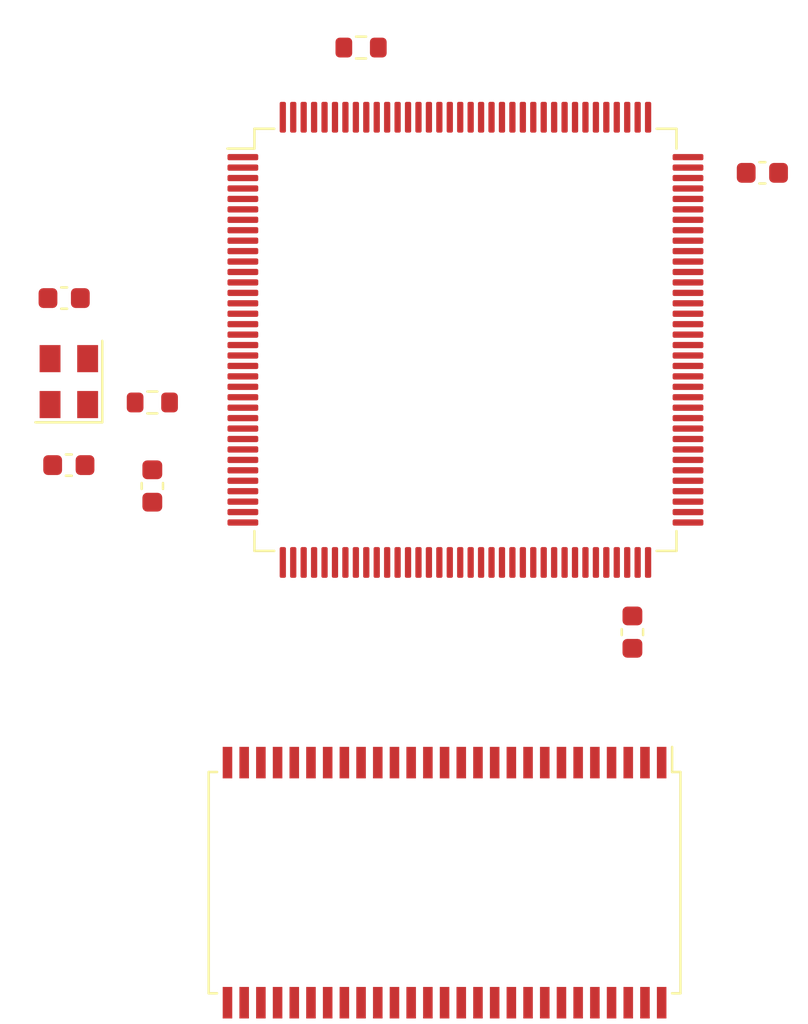
<source format=kicad_pcb>
(kicad_pcb (version 20211014) (generator pcbnew)
  (layers (0 "F.Cu" signal) (31 "B.Cu" signal) (34 "B.Paste" user) (35 "F.Paste" user) (36 "B.SilkS" user "B.Silkscreen") (37 "F.SilkS" user "F.Silkscreen") (38 "B.Mask" user) (39 "F.Mask" user) (44 "Edge.Cuts" user))
  (net 0 "")
  (net 3 "+3.3V")
  (net 4 "GND")
  (net 5 "/SDRAM/DQ0")
  (net 6 "/SDRAM/DQ1")
  (net 7 "/SDRAM/DQ2")
  (net 8 "/SDRAM/DQ3")
  (net 9 "/SDRAM/DQ4")
  (net 10 "/SDRAM/DQ5")
  (net 11 "/SDRAM/DQ6")
  (net 12 "/SDRAM/DQ7")
  (net 13 "/SDRAM/DQ8")
  (net 14 "/SDRAM/DQ9")
  (net 15 "/SDRAM/DQ10")
  (net 16 "/SDRAM/DQ11")
  (net 17 "/SDRAM/DQ12")
  (net 18 "/SDRAM/DQ13")
  (net 19 "/SDRAM/DQ14")
  (net 20 "/SDRAM/DQ15")
  (net 21 "/SDRAM/LDQM")
  (net 22 "/SDRAM/nWE")
  (net 23 "/SDRAM/nCAS")
  (net 24 "/SDRAM/nRAS")
  (net 25 "/SDRAM/nCS")
  (net 26 "/SDRAM/BA0")
  (net 27 "/SDRAM/BA1")
  (net 28 "/SDRAM/A10")
  (net 29 "/SDRAM/A0")
  (net 30 "/SDRAM/A1")
  (net 31 "/SDRAM/A2")
  (net 32 "/SDRAM/A3")
  (net 33 "/SDRAM/A4")
  (net 34 "/SDRAM/A5")
  (net 35 "/SDRAM/A6")
  (net 36 "/SDRAM/A7")
  (net 37 "/SDRAM/A8")
  (net 38 "/SDRAM/A9")
  (net 39 "/SDRAM/A11")
  (net 40 "/SDRAM/CKE")
  (net 41 "/SDRAM/CLK")
  (net 42 "/SDRAM/UDQM")
  (net 43 "/STM32F446/OSC_IN")
  (net 44 "/STM32F446/XTAL_OUT")
  (net 45 "/STM32F446/nRST")
  (net 46 "/STM32F446/BOOT0")
  (net 47 "/STM32F446/OSC_OUT")
  (net 121 "/STM32F446/VCAP_2")
  (net 122 "/STM32F446/VCAP_1")
  (net 123 "/STM32F446/SWDIO")
  (net 124 "/STM32F446/SWDCLK")
  (net 125 "/STM32F446/SWO")
  (footprint "Resistor_SMD:R_0603_1608Metric" (layer "F.Cu") (at 75 73)
    (fp_text reference "R301")
    (fp_text value "100k")
    (fp_line (start -0.237258 -0.5225) (end 0.237258 -0.5225) (layer "F.SilkS") (width 0.12))
    (fp_line (start -0.237258 0.5225) (end 0.237258 0.5225) (layer "F.SilkS") (width 0.12))
    (pad "1" smd roundrect (at -0.825 0) (size 0.8 0.95) (layers "F.Cu" "F.Paste" "F.Mask") (net 46 "/STM32F446/BOOT0"))
    (pad "2" smd roundrect (at 0.825 0) (size 0.8 0.95) (layers "F.Cu" "F.Paste" "F.Mask") (net 4 "GND"))
  )
  (footprint "Capacitor_SMD:C_0603_1608Metric" (layer "F.Cu") (at 60.775 85 180)
    (fp_text reference "C301")
    (fp_text value "10pF")
    (fp_line (start -0.14058 0.51) (end 0.14058 0.51) (layer "F.SilkS") (width 0.12))
    (fp_line (start -0.14058 -0.51) (end 0.14058 -0.51) (layer "F.SilkS") (width 0.12))
    (pad "1" smd roundrect (at -0.775 0 180) (size 0.9 0.95) (layers "F.Cu" "F.Paste" "F.Mask") (net 4 "GND"))
    (pad "2" smd roundrect (at 0.775 0 180) (size 0.9 0.95) (layers "F.Cu" "F.Paste" "F.Mask") (net 43 "/STM32F446/OSC_IN"))
  )
  (footprint "Package_QFP:LQFP-144_20x20mm_P0.5mm" (layer "F.Cu") (at 80 87)
    (fp_text reference "U301")
    (fp_text value "STM32F446ZCT6")
    (fp_line (start 9.16 10.11) (end 10.11 10.11) (layer "F.SilkS") (width 0.12))
    (fp_line (start -10.11 -10.11) (end -10.11 -9.16) (layer "F.SilkS") (width 0.12))
    (fp_line (start -9.16 10.11) (end -10.11 10.11) (layer "F.SilkS") (width 0.12))
    (fp_line (start -9.16 -10.11) (end -10.11 -10.11) (layer "F.SilkS") (width 0.12))
    (fp_line (start 10.11 10.11) (end 10.11 9.16) (layer "F.SilkS") (width 0.12))
    (fp_line (start -10.11 -9.16) (end -11.4 -9.16) (layer "F.SilkS") (width 0.12))
    (fp_line (start 10.11 -10.11) (end 10.11 -9.16) (layer "F.SilkS") (width 0.12))
    (fp_line (start -10.11 10.11) (end -10.11 9.16) (layer "F.SilkS") (width 0.12))
    (fp_line (start 9.16 -10.11) (end 10.11 -10.11) (layer "F.SilkS") (width 0.12))
    (pad "1" smd roundrect (at -10.6625 -8.75) (size 1.475 0.3) (layers "F.Cu" "F.Paste" "F.Mask"))
    (pad "2" smd roundrect (at -10.6625 -8.25) (size 1.475 0.3) (layers "F.Cu" "F.Paste" "F.Mask"))
    (pad "3" smd roundrect (at -10.6625 -7.75) (size 1.475 0.3) (layers "F.Cu" "F.Paste" "F.Mask"))
    (pad "4" smd roundrect (at -10.6625 -7.25) (size 1.475 0.3) (layers "F.Cu" "F.Paste" "F.Mask"))
    (pad "5" smd roundrect (at -10.6625 -6.75) (size 1.475 0.3) (layers "F.Cu" "F.Paste" "F.Mask"))
    (pad "6" smd roundrect (at -10.6625 -6.25) (size 1.475 0.3) (layers "F.Cu" "F.Paste" "F.Mask") (net 3 "+3.3V"))
    (pad "7" smd roundrect (at -10.6625 -5.75) (size 1.475 0.3) (layers "F.Cu" "F.Paste" "F.Mask"))
    (pad "8" smd roundrect (at -10.6625 -5.25) (size 1.475 0.3) (layers "F.Cu" "F.Paste" "F.Mask"))
    (pad "9" smd roundrect (at -10.6625 -4.75) (size 1.475 0.3) (layers "F.Cu" "F.Paste" "F.Mask"))
    (pad "10" smd roundrect (at -10.6625 -4.25) (size 1.475 0.3) (layers "F.Cu" "F.Paste" "F.Mask") (net 29 "/SDRAM/A0"))
    (pad "11" smd roundrect (at -10.6625 -3.75) (size 1.475 0.3) (layers "F.Cu" "F.Paste" "F.Mask") (net 30 "/SDRAM/A1"))
    (pad "12" smd roundrect (at -10.6625 -3.25) (size 1.475 0.3) (layers "F.Cu" "F.Paste" "F.Mask") (net 31 "/SDRAM/A2"))
    (pad "13" smd roundrect (at -10.6625 -2.75) (size 1.475 0.3) (layers "F.Cu" "F.Paste" "F.Mask") (net 32 "/SDRAM/A3"))
    (pad "14" smd roundrect (at -10.6625 -2.25) (size 1.475 0.3) (layers "F.Cu" "F.Paste" "F.Mask") (net 33 "/SDRAM/A4"))
    (pad "15" smd roundrect (at -10.6625 -1.75) (size 1.475 0.3) (layers "F.Cu" "F.Paste" "F.Mask") (net 34 "/SDRAM/A5"))
    (pad "16" smd roundrect (at -10.6625 -1.25) (size 1.475 0.3) (layers "F.Cu" "F.Paste" "F.Mask") (net 4 "GND"))
    (pad "17" smd roundrect (at -10.6625 -0.75) (size 1.475 0.3) (layers "F.Cu" "F.Paste" "F.Mask") (net 3 "+3.3V"))
    (pad "18" smd roundrect (at -10.6625 -0.25) (size 1.475 0.3) (layers "F.Cu" "F.Paste" "F.Mask"))
    (pad "19" smd roundrect (at -10.6625 0.25) (size 1.475 0.3) (layers "F.Cu" "F.Paste" "F.Mask"))
    (pad "20" smd roundrect (at -10.6625 0.75) (size 1.475 0.3) (layers "F.Cu" "F.Paste" "F.Mask"))
    (pad "21" smd roundrect (at -10.6625 1.25) (size 1.475 0.3) (layers "F.Cu" "F.Paste" "F.Mask"))
    (pad "22" smd roundrect (at -10.6625 1.75) (size 1.475 0.3) (layers "F.Cu" "F.Paste" "F.Mask"))
    (pad "23" smd roundrect (at -10.6625 2.25) (size 1.475 0.3) (layers "F.Cu" "F.Paste" "F.Mask") (net 43 "/STM32F446/OSC_IN"))
    (pad "24" smd roundrect (at -10.6625 2.75) (size 1.475 0.3) (layers "F.Cu" "F.Paste" "F.Mask") (net 47 "/STM32F446/OSC_OUT"))
    (pad "25" smd roundrect (at -10.6625 3.25) (size 1.475 0.3) (layers "F.Cu" "F.Paste" "F.Mask") (net 45 "/STM32F446/nRST"))
    (pad "26" smd roundrect (at -10.6625 3.75) (size 1.475 0.3) (layers "F.Cu" "F.Paste" "F.Mask") (net 22 "/SDRAM/nWE"))
    (pad "27" smd roundrect (at -10.6625 4.25) (size 1.475 0.3) (layers "F.Cu" "F.Paste" "F.Mask"))
    (pad "28" smd roundrect (at -10.6625 4.75) (size 1.475 0.3) (layers "F.Cu" "F.Paste" "F.Mask"))
    (pad "29" smd roundrect (at -10.6625 5.25) (size 1.475 0.3) (layers "F.Cu" "F.Paste" "F.Mask"))
    (pad "30" smd roundrect (at -10.6625 5.75) (size 1.475 0.3) (layers "F.Cu" "F.Paste" "F.Mask") (net 3 "+3.3V"))
    (pad "31" smd roundrect (at -10.6625 6.25) (size 1.475 0.3) (layers "F.Cu" "F.Paste" "F.Mask") (net 4 "GND"))
    (pad "32" smd roundrect (at -10.6625 6.75) (size 1.475 0.3) (layers "F.Cu" "F.Paste" "F.Mask"))
    (pad "33" smd roundrect (at -10.6625 7.25) (size 1.475 0.3) (layers "F.Cu" "F.Paste" "F.Mask"))
    (pad "34" smd roundrect (at -10.6625 7.75) (size 1.475 0.3) (layers "F.Cu" "F.Paste" "F.Mask"))
    (pad "35" smd roundrect (at -10.6625 8.25) (size 1.475 0.3) (layers "F.Cu" "F.Paste" "F.Mask"))
    (pad "36" smd roundrect (at -10.6625 8.75) (size 1.475 0.3) (layers "F.Cu" "F.Paste" "F.Mask"))
    (pad "37" smd roundrect (at -8.75 10.6625) (size 0.3 1.475) (layers "F.Cu" "F.Paste" "F.Mask"))
    (pad "38" smd roundrect (at -8.25 10.6625) (size 0.3 1.475) (layers "F.Cu" "F.Paste" "F.Mask") (net 4 "GND"))
    (pad "39" smd roundrect (at -7.75 10.6625) (size 0.3 1.475) (layers "F.Cu" "F.Paste" "F.Mask") (net 3 "+3.3V"))
    (pad "40" smd roundrect (at -7.25 10.6625) (size 0.3 1.475) (layers "F.Cu" "F.Paste" "F.Mask"))
    (pad "41" smd roundrect (at -6.75 10.6625) (size 0.3 1.475) (layers "F.Cu" "F.Paste" "F.Mask"))
    (pad "42" smd roundrect (at -6.25 10.6625) (size 0.3 1.475) (layers "F.Cu" "F.Paste" "F.Mask"))
    (pad "43" smd roundrect (at -5.75 10.6625) (size 0.3 1.475) (layers "F.Cu" "F.Paste" "F.Mask"))
    (pad "44" smd roundrect (at -5.25 10.6625) (size 0.3 1.475) (layers "F.Cu" "F.Paste" "F.Mask"))
    (pad "45" smd roundrect (at -4.75 10.6625) (size 0.3 1.475) (layers "F.Cu" "F.Paste" "F.Mask"))
    (pad "46" smd roundrect (at -4.25 10.6625) (size 0.3 1.475) (layers "F.Cu" "F.Paste" "F.Mask"))
    (pad "47" smd roundrect (at -3.75 10.6625) (size 0.3 1.475) (layers "F.Cu" "F.Paste" "F.Mask"))
    (pad "48" smd roundrect (at -3.25 10.6625) (size 0.3 1.475) (layers "F.Cu" "F.Paste" "F.Mask"))
    (pad "49" smd roundrect (at -2.75 10.6625) (size 0.3 1.475) (layers "F.Cu" "F.Paste" "F.Mask") (net 24 "/SDRAM/nRAS"))
    (pad "50" smd roundrect (at -2.25 10.6625) (size 0.3 1.475) (layers "F.Cu" "F.Paste" "F.Mask") (net 35 "/SDRAM/A6"))
    (pad "51" smd roundrect (at -1.75 10.6625) (size 0.3 1.475) (layers "F.Cu" "F.Paste" "F.Mask") (net 4 "GND"))
    (pad "52" smd roundrect (at -1.25 10.6625) (size 0.3 1.475) (layers "F.Cu" "F.Paste" "F.Mask") (net 3 "+3.3V"))
    (pad "53" smd roundrect (at -0.75 10.6625) (size 0.3 1.475) (layers "F.Cu" "F.Paste" "F.Mask") (net 36 "/SDRAM/A7"))
    (pad "54" smd roundrect (at -0.25 10.6625) (size 0.3 1.475) (layers "F.Cu" "F.Paste" "F.Mask") (net 37 "/SDRAM/A8"))
    (pad "55" smd roundrect (at 0.25 10.6625) (size 0.3 1.475) (layers "F.Cu" "F.Paste" "F.Mask") (net 38 "/SDRAM/A9"))
    (pad "56" smd roundrect (at 0.75 10.6625) (size 0.3 1.475) (layers "F.Cu" "F.Paste" "F.Mask") (net 28 "/SDRAM/A10"))
    (pad "57" smd roundrect (at 1.25 10.6625) (size 0.3 1.475) (layers "F.Cu" "F.Paste" "F.Mask") (net 39 "/SDRAM/A11"))
    (pad "58" smd roundrect (at 1.75 10.6625) (size 0.3 1.475) (layers "F.Cu" "F.Paste" "F.Mask") (net 9 "/SDRAM/DQ4"))
    (pad "59" smd roundrect (at 2.25 10.6625) (size 0.3 1.475) (layers "F.Cu" "F.Paste" "F.Mask") (net 10 "/SDRAM/DQ5"))
    (pad "60" smd roundrect (at 2.75 10.6625) (size 0.3 1.475) (layers "F.Cu" "F.Paste" "F.Mask") (net 11 "/SDRAM/DQ6"))
    (pad "61" smd roundrect (at 3.25 10.6625) (size 0.3 1.475) (layers "F.Cu" "F.Paste" "F.Mask") (net 4 "GND"))
    (pad "62" smd roundrect (at 3.75 10.6625) (size 0.3 1.475) (layers "F.Cu" "F.Paste" "F.Mask") (net 3 "+3.3V"))
    (pad "63" smd roundrect (at 4.25 10.6625) (size 0.3 1.475) (layers "F.Cu" "F.Paste" "F.Mask") (net 12 "/SDRAM/DQ7"))
    (pad "64" smd roundrect (at 4.75 10.6625) (size 0.3 1.475) (layers "F.Cu" "F.Paste" "F.Mask") (net 13 "/SDRAM/DQ8"))
    (pad "65" smd roundrect (at 5.25 10.6625) (size 0.3 1.475) (layers "F.Cu" "F.Paste" "F.Mask") (net 14 "/SDRAM/DQ9"))
    (pad "66" smd roundrect (at 5.75 10.6625) (size 0.3 1.475) (layers "F.Cu" "F.Paste" "F.Mask") (net 15 "/SDRAM/DQ10"))
    (pad "67" smd roundrect (at 6.25 10.6625) (size 0.3 1.475) (layers "F.Cu" "F.Paste" "F.Mask") (net 16 "/SDRAM/DQ11"))
    (pad "68" smd roundrect (at 6.75 10.6625) (size 0.3 1.475) (layers "F.Cu" "F.Paste" "F.Mask") (net 17 "/SDRAM/DQ12"))
    (pad "69" smd roundrect (at 7.25 10.6625) (size 0.3 1.475) (layers "F.Cu" "F.Paste" "F.Mask"))
    (pad "70" smd roundrect (at 7.75 10.6625) (size 0.3 1.475) (layers "F.Cu" "F.Paste" "F.Mask"))
    (pad "71" smd roundrect (at 8.25 10.6625) (size 0.3 1.475) (layers "F.Cu" "F.Paste" "F.Mask") (net 122 "/STM32F446/VCAP_1"))
    (pad "72" smd roundrect (at 8.75 10.6625) (size 0.3 1.475) (layers "F.Cu" "F.Paste" "F.Mask") (net 3 "+3.3V"))
    (pad "73" smd roundrect (at 10.6625 8.75) (size 1.475 0.3) (layers "F.Cu" "F.Paste" "F.Mask"))
    (pad "74" smd roundrect (at 10.6625 8.25) (size 1.475 0.3) (layers "F.Cu" "F.Paste" "F.Mask"))
    (pad "75" smd roundrect (at 10.6625 7.75) (size 1.475 0.3) (layers "F.Cu" "F.Paste" "F.Mask"))
    (pad "76" smd roundrect (at 10.6625 7.25) (size 1.475 0.3) (layers "F.Cu" "F.Paste" "F.Mask"))
    (pad "77" smd roundrect (at 10.6625 6.75) (size 1.475 0.3) (layers "F.Cu" "F.Paste" "F.Mask") (net 18 "/SDRAM/DQ13"))
    (pad "78" smd roundrect (at 10.6625 6.25) (size 1.475 0.3) (layers "F.Cu" "F.Paste" "F.Mask") (net 19 "/SDRAM/DQ14"))
    (pad "79" smd roundrect (at 10.6625 5.75) (size 1.475 0.3) (layers "F.Cu" "F.Paste" "F.Mask") (net 20 "/SDRAM/DQ15"))
    (pad "80" smd roundrect (at 10.6625 5.25) (size 1.475 0.3) (layers "F.Cu" "F.Paste" "F.Mask"))
    (pad "81" smd roundrect (at 10.6625 4.75) (size 1.475 0.3) (layers "F.Cu" "F.Paste" "F.Mask"))
    (pad "82" smd roundrect (at 10.6625 4.25) (size 1.475 0.3) (layers "F.Cu" "F.Paste" "F.Mask"))
    (pad "83" smd roundrect (at 10.6625 3.75) (size 1.475 0.3) (layers "F.Cu" "F.Paste" "F.Mask") (net 4 "GND"))
    (pad "84" smd roundrect (at 10.6625 3.25) (size 1.475 0.3) (layers "F.Cu" "F.Paste" "F.Mask") (net 3 "+3.3V"))
    (pad "85" smd roundrect (at 10.6625 2.75) (size 1.475 0.3) (layers "F.Cu" "F.Paste" "F.Mask") (net 5 "/SDRAM/DQ0"))
    (pad "86" smd roundrect (at 10.6625 2.25) (size 1.475 0.3) (layers "F.Cu" "F.Paste" "F.Mask") (net 6 "/SDRAM/DQ1"))
    (pad "87" smd roundrect (at 10.6625 1.75) (size 1.475 0.3) (layers "F.Cu" "F.Paste" "F.Mask"))
    (pad "88" smd roundrect (at 10.6625 1.25) (size 1.475 0.3) (layers "F.Cu" "F.Paste" "F.Mask"))
    (pad "89" smd roundrect (at 10.6625 0.75) (size 1.475 0.3) (layers "F.Cu" "F.Paste" "F.Mask") (net 26 "/SDRAM/BA0"))
    (pad "90" smd roundrect (at 10.6625 0.25) (size 1.475 0.3) (layers "F.Cu" "F.Paste" "F.Mask") (net 27 "/SDRAM/BA1"))
    (pad "91" smd roundrect (at 10.6625 -0.25) (size 1.475 0.3) (layers "F.Cu" "F.Paste" "F.Mask"))
    (pad "92" smd roundrect (at 10.6625 -0.75) (size 1.475 0.3) (layers "F.Cu" "F.Paste" "F.Mask"))
    (pad "93" smd roundrect (at 10.6625 -1.25) (size 1.475 0.3) (layers "F.Cu" "F.Paste" "F.Mask") (net 41 "/SDRAM/CLK"))
    (pad "94" smd roundrect (at 10.6625 -1.75) (size 1.475 0.3) (layers "F.Cu" "F.Paste" "F.Mask") (net 4 "GND"))
    (pad "95" smd roundrect (at 10.6625 -2.25) (size 1.475 0.3) (layers "F.Cu" "F.Paste" "F.Mask") (net 3 "+3.3V"))
    (pad "96" smd roundrect (at 10.6625 -2.75) (size 1.475 0.3) (layers "F.Cu" "F.Paste" "F.Mask"))
    (pad "97" smd roundrect (at 10.6625 -3.25) (size 1.475 0.3) (layers "F.Cu" "F.Paste" "F.Mask"))
    (pad "98" smd roundrect (at 10.6625 -3.75) (size 1.475 0.3) (layers "F.Cu" "F.Paste" "F.Mask"))
    (pad "99" smd roundrect (at 10.6625 -4.25) (size 1.475 0.3) (layers "F.Cu" "F.Paste" "F.Mask"))
    (pad "100" smd roundrect (at 10.6625 -4.75) (size 1.475 0.3) (layers "F.Cu" "F.Paste" "F.Mask"))
    (pad "101" smd roundrect (at 10.6625 -5.25) (size 1.475 0.3) (layers "F.Cu" "F.Paste" "F.Mask"))
    (pad "102" smd roundrect (at 10.6625 -5.75) (size 1.475 0.3) (layers "F.Cu" "F.Paste" "F.Mask"))
    (pad "103" smd roundrect (at 10.6625 -6.25) (size 1.475 0.3) (layers "F.Cu" "F.Paste" "F.Mask"))
    (pad "104" smd roundrect (at 10.6625 -6.75) (size 1.475 0.3) (layers "F.Cu" "F.Paste" "F.Mask"))
    (pad "105" smd roundrect (at 10.6625 -7.25) (size 1.475 0.3) (layers "F.Cu" "F.Paste" "F.Mask") (net 123 "/STM32F446/SWDIO"))
    (pad "106" smd roundrect (at 10.6625 -7.75) (size 1.475 0.3) (layers "F.Cu" "F.Paste" "F.Mask") (net 121 "/STM32F446/VCAP_2"))
    (pad "107" smd roundrect (at 10.6625 -8.25) (size 1.475 0.3) (layers "F.Cu" "F.Paste" "F.Mask") (net 4 "GND"))
    (pad "108" smd roundrect (at 10.6625 -8.75) (size 1.475 0.3) (layers "F.Cu" "F.Paste" "F.Mask") (net 3 "+3.3V"))
    (pad "109" smd roundrect (at 8.75 -10.6625) (size 0.3 1.475) (layers "F.Cu" "F.Paste" "F.Mask") (net 124 "/STM32F446/SWDCLK"))
    (pad "110" smd roundrect (at 8.25 -10.6625) (size 0.3 1.475) (layers "F.Cu" "F.Paste" "F.Mask"))
    (pad "111" smd roundrect (at 7.75 -10.6625) (size 0.3 1.475) (layers "F.Cu" "F.Paste" "F.Mask"))
    (pad "112" smd roundrect (at 7.25 -10.6625) (size 0.3 1.475) (layers "F.Cu" "F.Paste" "F.Mask"))
    (pad "113" smd roundrect (at 6.75 -10.6625) (size 0.3 1.475) (layers "F.Cu" "F.Paste" "F.Mask"))
    (pad "114" smd roundrect (at 6.25 -10.6625) (size 0.3 1.475) (layers "F.Cu" "F.Paste" "F.Mask") (net 7 "/SDRAM/DQ2"))
    (pad "115" smd roundrect (at 5.75 -10.6625) (size 0.3 1.475) (layers "F.Cu" "F.Paste" "F.Mask") (net 8 "/SDRAM/DQ3"))
    (pad "116" smd roundrect (at 5.25 -10.6625) (size 0.3 1.475) (layers "F.Cu" "F.Paste" "F.Mask"))
    (pad "117" smd roundrect (at 4.75 -10.6625) (size 0.3 1.475) (layers "F.Cu" "F.Paste" "F.Mask"))
    (pad "118" smd roundrect (at 4.25 -10.6625) (size 0.3 1.475) (layers "F.Cu" "F.Paste" "F.Mask"))
    (pad "119" smd roundrect (at 3.75 -10.6625) (size 0.3 1.475) (layers "F.Cu" "F.Paste" "F.Mask"))
    (pad "120" smd roundrect (at 3.25 -10.6625) (size 0.3 1.475) (layers "F.Cu" "F.Paste" "F.Mask") (net 4 "GND"))
    (pad "121" smd roundrect (at 2.75 -10.6625) (size 0.3 1.475) (layers "F.Cu" "F.Paste" "F.Mask") (net 3 "+3.3V"))
    (pad "122" smd roundrect (at 2.25 -10.6625) (size 0.3 1.475) (layers "F.Cu" "F.Paste" "F.Mask"))
    (pad "123" smd roundrect (at 1.75 -10.6625) (size 0.3 1.475) (layers "F.Cu" "F.Paste" "F.Mask"))
    (pad "124" smd roundrect (at 1.25 -10.6625) (size 0.3 1.475) (layers "F.Cu" "F.Paste" "F.Mask"))
    (pad "125" smd roundrect (at 0.75 -10.6625) (size 0.3 1.475) (layers "F.Cu" "F.Paste" "F.Mask"))
    (pad "126" smd roundrect (at 0.25 -10.6625) (size 0.3 1.475) (layers "F.Cu" "F.Paste" "F.Mask"))
    (pad "127" smd roundrect (at -0.25 -10.6625) (size 0.3 1.475) (layers "F.Cu" "F.Paste" "F.Mask"))
    (pad "128" smd roundrect (at -0.75 -10.6625) (size 0.3 1.475) (layers "F.Cu" "F.Paste" "F.Mask"))
    (pad "129" smd roundrect (at -1.25 -10.6625) (size 0.3 1.475) (layers "F.Cu" "F.Paste" "F.Mask"))
    (pad "130" smd roundrect (at -1.75 -10.6625) (size 0.3 1.475) (layers "F.Cu" "F.Paste" "F.Mask") (net 4 "GND"))
    (pad "131" smd roundrect (at -2.25 -10.6625) (size 0.3 1.475) (layers "F.Cu" "F.Paste" "F.Mask") (net 3 "+3.3V"))
    (pad "132" smd roundrect (at -2.75 -10.6625) (size 0.3 1.475) (layers "F.Cu" "F.Paste" "F.Mask") (net 23 "/SDRAM/nCAS"))
    (pad "133" smd roundrect (at -3.25 -10.6625) (size 0.3 1.475) (layers "F.Cu" "F.Paste" "F.Mask") (net 125 "/STM32F446/SWO"))
    (pad "134" smd roundrect (at -3.75 -10.6625) (size 0.3 1.475) (layers "F.Cu" "F.Paste" "F.Mask"))
    (pad "135" smd roundrect (at -4.25 -10.6625) (size 0.3 1.475) (layers "F.Cu" "F.Paste" "F.Mask") (net 40 "/SDRAM/CKE"))
    (pad "136" smd roundrect (at -4.75 -10.6625) (size 0.3 1.475) (layers "F.Cu" "F.Paste" "F.Mask") (net 25 "/SDRAM/nCS"))
    (pad "137" smd roundrect (at -5.25 -10.6625) (size 0.3 1.475) (layers "F.Cu" "F.Paste" "F.Mask"))
    (pad "138" smd roundrect (at -5.75 -10.6625) (size 0.3 1.475) (layers "F.Cu" "F.Paste" "F.Mask") (net 46 "/STM32F446/BOOT0"))
    (pad "139" smd roundrect (at -6.25 -10.6625) (size 0.3 1.475) (layers "F.Cu" "F.Paste" "F.Mask"))
    (pad "140" smd roundrect (at -6.75 -10.6625) (size 0.3 1.475) (layers "F.Cu" "F.Paste" "F.Mask"))
    (pad "141" smd roundrect (at -7.25 -10.6625) (size 0.3 1.475) (layers "F.Cu" "F.Paste" "F.Mask") (net 21 "/SDRAM/LDQM"))
    (pad "142" smd roundrect (at -7.75 -10.6625) (size 0.3 1.475) (layers "F.Cu" "F.Paste" "F.Mask") (net 42 "/SDRAM/UDQM"))
    (pad "143" smd roundrect (at -8.25 -10.6625) (size 0.3 1.475) (layers "F.Cu" "F.Paste" "F.Mask") (net 3 "+3.3V"))
    (pad "144" smd roundrect (at -8.75 -10.6625) (size 0.3 1.475) (layers "F.Cu" "F.Paste" "F.Mask") (net 3 "+3.3V"))
  )
  (footprint "Capacitor_SMD:C_0603_1608Metric" (layer "F.Cu") (at 94.225 79)
    (fp_text reference "C304")
    (fp_text value "2.2uF")
    (fp_line (start -0.14058 0.51) (end 0.14058 0.51) (layer "F.SilkS") (width 0.12))
    (fp_line (start -0.14058 -0.51) (end 0.14058 -0.51) (layer "F.SilkS") (width 0.12))
    (pad "1" smd roundrect (at -0.775 0) (size 0.9 0.95) (layers "F.Cu" "F.Paste" "F.Mask") (net 121 "/STM32F446/VCAP_2"))
    (pad "2" smd roundrect (at 0.775 0) (size 0.9 0.95) (layers "F.Cu" "F.Paste" "F.Mask") (net 4 "GND"))
  )
  (footprint "Package_SO:TSOP-II-54_22.2x10.16mm_P0.8mm" (layer "F.Cu") (at 79 113 -90)
    (fp_text reference "U201")
    (fp_text value "IS42S16400J-6TLI")
    (fp_line (start -5.3 -11.3) (end 5.3 -11.3) (layer "F.SilkS") (width 0.12))
    (fp_line (start 5.3 10.9) (end 5.3 11.3) (layer "F.SilkS") (width 0.12))
    (fp_line (start -5.3 10.9) (end -5.3 11.3) (layer "F.SilkS") (width 0.12))
    (fp_line (start -6.5 -10.9) (end -5.3 -10.9) (layer "F.SilkS") (width 0.12))
    (fp_line (start -5.3 -10.9) (end -5.3 -11.3) (layer "F.SilkS") (width 0.12))
    (fp_line (start 5.3 -11.3) (end 5.3 -10.9) (layer "F.SilkS") (width 0.12))
    (fp_line (start -5.3 11.3) (end 5.3 11.3) (layer "F.SilkS") (width 0.12))
    (pad "1" smd rect (at -5.75 -10.4 270) (size 1.51 0.458) (layers "F.Cu" "F.Paste" "F.Mask") (net 3 "+3.3V"))
    (pad "2" smd rect (at -5.75 -9.6 270) (size 1.51 0.458) (layers "F.Cu" "F.Paste" "F.Mask") (net 5 "/SDRAM/DQ0"))
    (pad "3" smd rect (at -5.75 -8.8 270) (size 1.51 0.458) (layers "F.Cu" "F.Paste" "F.Mask") (net 3 "+3.3V"))
    (pad "4" smd rect (at -5.75 -8 270) (size 1.51 0.458) (layers "F.Cu" "F.Paste" "F.Mask") (net 6 "/SDRAM/DQ1"))
    (pad "5" smd rect (at -5.75 -7.2 270) (size 1.51 0.458) (layers "F.Cu" "F.Paste" "F.Mask") (net 7 "/SDRAM/DQ2"))
    (pad "6" smd rect (at -5.75 -6.4 270) (size 1.51 0.458) (layers "F.Cu" "F.Paste" "F.Mask") (net 4 "GND"))
    (pad "7" smd rect (at -5.75 -5.6 270) (size 1.51 0.458) (layers "F.Cu" "F.Paste" "F.Mask") (net 8 "/SDRAM/DQ3"))
    (pad "8" smd rect (at -5.75 -4.8 270) (size 1.51 0.458) (layers "F.Cu" "F.Paste" "F.Mask") (net 9 "/SDRAM/DQ4"))
    (pad "9" smd rect (at -5.75 -4 270) (size 1.51 0.458) (layers "F.Cu" "F.Paste" "F.Mask") (net 3 "+3.3V"))
    (pad "10" smd rect (at -5.75 -3.2 270) (size 1.51 0.458) (layers "F.Cu" "F.Paste" "F.Mask") (net 10 "/SDRAM/DQ5"))
    (pad "11" smd rect (at -5.75 -2.4 270) (size 1.51 0.458) (layers "F.Cu" "F.Paste" "F.Mask") (net 11 "/SDRAM/DQ6"))
    (pad "12" smd rect (at -5.75 -1.6 270) (size 1.51 0.458) (layers "F.Cu" "F.Paste" "F.Mask") (net 4 "GND"))
    (pad "13" smd rect (at -5.75 -0.8 270) (size 1.51 0.458) (layers "F.Cu" "F.Paste" "F.Mask") (net 12 "/SDRAM/DQ7"))
    (pad "14" smd rect (at -5.75 0 270) (size 1.51 0.458) (layers "F.Cu" "F.Paste" "F.Mask") (net 3 "+3.3V"))
    (pad "15" smd rect (at -5.75 0.8 270) (size 1.51 0.458) (layers "F.Cu" "F.Paste" "F.Mask") (net 21 "/SDRAM/LDQM"))
    (pad "16" smd rect (at -5.75 1.6 270) (size 1.51 0.458) (layers "F.Cu" "F.Paste" "F.Mask") (net 22 "/SDRAM/nWE"))
    (pad "17" smd rect (at -5.75 2.4 270) (size 1.51 0.458) (layers "F.Cu" "F.Paste" "F.Mask") (net 23 "/SDRAM/nCAS"))
    (pad "18" smd rect (at -5.75 3.2 270) (size 1.51 0.458) (layers "F.Cu" "F.Paste" "F.Mask") (net 24 "/SDRAM/nRAS"))
    (pad "19" smd rect (at -5.75 4 270) (size 1.51 0.458) (layers "F.Cu" "F.Paste" "F.Mask") (net 25 "/SDRAM/nCS"))
    (pad "20" smd rect (at -5.75 4.8 270) (size 1.51 0.458) (layers "F.Cu" "F.Paste" "F.Mask") (net 26 "/SDRAM/BA0"))
    (pad "21" smd rect (at -5.75 5.6 270) (size 1.51 0.458) (layers "F.Cu" "F.Paste" "F.Mask") (net 27 "/SDRAM/BA1"))
    (pad "22" smd rect (at -5.75 6.4 270) (size 1.51 0.458) (layers "F.Cu" "F.Paste" "F.Mask") (net 28 "/SDRAM/A10"))
    (pad "23" smd rect (at -5.75 7.2 270) (size 1.51 0.458) (layers "F.Cu" "F.Paste" "F.Mask") (net 29 "/SDRAM/A0"))
    (pad "24" smd rect (at -5.75 8 270) (size 1.51 0.458) (layers "F.Cu" "F.Paste" "F.Mask") (net 30 "/SDRAM/A1"))
    (pad "25" smd rect (at -5.75 8.8 270) (size 1.51 0.458) (layers "F.Cu" "F.Paste" "F.Mask") (net 31 "/SDRAM/A2"))
    (pad "26" smd rect (at -5.75 9.6 270) (size 1.51 0.458) (layers "F.Cu" "F.Paste" "F.Mask") (net 32 "/SDRAM/A3"))
    (pad "27" smd rect (at -5.75 10.4 270) (size 1.51 0.458) (layers "F.Cu" "F.Paste" "F.Mask") (net 3 "+3.3V"))
    (pad "28" smd rect (at 5.75 10.4 270) (size 1.51 0.458) (layers "F.Cu" "F.Paste" "F.Mask") (net 4 "GND"))
    (pad "29" smd rect (at 5.75 9.6 270) (size 1.51 0.458) (layers "F.Cu" "F.Paste" "F.Mask") (net 33 "/SDRAM/A4"))
    (pad "30" smd rect (at 5.75 8.8 270) (size 1.51 0.458) (layers "F.Cu" "F.Paste" "F.Mask") (net 34 "/SDRAM/A5"))
    (pad "31" smd rect (at 5.75 8 270) (size 1.51 0.458) (layers "F.Cu" "F.Paste" "F.Mask") (net 35 "/SDRAM/A6"))
    (pad "32" smd rect (at 5.75 7.2 270) (size 1.51 0.458) (layers "F.Cu" "F.Paste" "F.Mask") (net 36 "/SDRAM/A7"))
    (pad "33" smd rect (at 5.75 6.4 270) (size 1.51 0.458) (layers "F.Cu" "F.Paste" "F.Mask") (net 37 "/SDRAM/A8"))
    (pad "34" smd rect (at 5.75 5.6 270) (size 1.51 0.458) (layers "F.Cu" "F.Paste" "F.Mask") (net 38 "/SDRAM/A9"))
    (pad "35" smd rect (at 5.75 4.8 270) (size 1.51 0.458) (layers "F.Cu" "F.Paste" "F.Mask") (net 39 "/SDRAM/A11"))
    (pad "36" smd rect (at 5.75 4 270) (size 1.51 0.458) (layers "F.Cu" "F.Paste" "F.Mask"))
    (pad "37" smd rect (at 5.75 3.2 270) (size 1.51 0.458) (layers "F.Cu" "F.Paste" "F.Mask") (net 40 "/SDRAM/CKE"))
    (pad "38" smd rect (at 5.75 2.4 270) (size 1.51 0.458) (layers "F.Cu" "F.Paste" "F.Mask") (net 41 "/SDRAM/CLK"))
    (pad "39" smd rect (at 5.75 1.6 270) (size 1.51 0.458) (layers "F.Cu" "F.Paste" "F.Mask") (net 42 "/SDRAM/UDQM"))
    (pad "40" smd rect (at 5.75 0.8 270) (size 1.51 0.458) (layers "F.Cu" "F.Paste" "F.Mask"))
    (pad "41" smd rect (at 5.75 0 270) (size 1.51 0.458) (layers "F.Cu" "F.Paste" "F.Mask") (net 4 "GND"))
    (pad "42" smd rect (at 5.75 -0.8 270) (size 1.51 0.458) (layers "F.Cu" "F.Paste" "F.Mask") (net 13 "/SDRAM/DQ8"))
    (pad "43" smd rect (at 5.75 -1.6 270) (size 1.51 0.458) (layers "F.Cu" "F.Paste" "F.Mask") (net 3 "+3.3V"))
    (pad "44" smd rect (at 5.75 -2.4 270) (size 1.51 0.458) (layers "F.Cu" "F.Paste" "F.Mask") (net 14 "/SDRAM/DQ9"))
    (pad "45" smd rect (at 5.75 -3.2 270) (size 1.51 0.458) (layers "F.Cu" "F.Paste" "F.Mask") (net 15 "/SDRAM/DQ10"))
    (pad "46" smd rect (at 5.75 -4 270) (size 1.51 0.458) (layers "F.Cu" "F.Paste" "F.Mask") (net 4 "GND"))
    (pad "47" smd rect (at 5.75 -4.8 270) (size 1.51 0.458) (layers "F.Cu" "F.Paste" "F.Mask") (net 16 "/SDRAM/DQ11"))
    (pad "48" smd rect (at 5.75 -5.6 270) (size 1.51 0.458) (layers "F.Cu" "F.Paste" "F.Mask") (net 17 "/SDRAM/DQ12"))
    (pad "49" smd rect (at 5.75 -6.4 270) (size 1.51 0.458) (layers "F.Cu" "F.Paste" "F.Mask") (net 3 "+3.3V"))
    (pad "50" smd rect (at 5.75 -7.2 270) (size 1.51 0.458) (layers "F.Cu" "F.Paste" "F.Mask") (net 18 "/SDRAM/DQ13"))
    (pad "51" smd rect (at 5.75 -8 270) (size 1.51 0.458) (layers "F.Cu" "F.Paste" "F.Mask") (net 19 "/SDRAM/DQ14"))
    (pad "52" smd rect (at 5.75 -8.8 270) (size 1.51 0.458) (layers "F.Cu" "F.Paste" "F.Mask") (net 4 "GND"))
    (pad "53" smd rect (at 5.75 -9.6 270) (size 1.51 0.458) (layers "F.Cu" "F.Paste" "F.Mask") (net 20 "/SDRAM/DQ15"))
    (pad "54" smd rect (at 5.75 -10.4 270) (size 1.51 0.458) (layers "F.Cu" "F.Paste" "F.Mask") (net 4 "GND"))
  )
  (footprint "Capacitor_SMD:C_0603_1608Metric" (layer "F.Cu") (at 65 94 -90)
    (fp_text reference "C303")
    (fp_text value "100nF")
    (fp_line (start -0.14058 -0.51) (end 0.14058 -0.51) (layer "F.SilkS") (width 0.12))
    (fp_line (start -0.14058 0.51) (end 0.14058 0.51) (layer "F.SilkS") (width 0.12))
    (pad "1" smd roundrect (at -0.775 0 270) (size 0.9 0.95) (layers "F.Cu" "F.Paste" "F.Mask") (net 45 "/STM32F446/nRST"))
    (pad "2" smd roundrect (at 0.775 0 270) (size 0.9 0.95) (layers "F.Cu" "F.Paste" "F.Mask") (net 4 "GND"))
  )
  (footprint "Capacitor_SMD:C_0603_1608Metric" (layer "F.Cu") (at 88 101 -90)
    (fp_text reference "C305")
    (fp_text value "2.2uF")
    (fp_line (start -0.14058 0.51) (end 0.14058 0.51) (layer "F.SilkS") (width 0.12))
    (fp_line (start -0.14058 -0.51) (end 0.14058 -0.51) (layer "F.SilkS") (width 0.12))
    (pad "1" smd roundrect (at -0.775 0 270) (size 0.9 0.95) (layers "F.Cu" "F.Paste" "F.Mask") (net 122 "/STM32F446/VCAP_1"))
    (pad "2" smd roundrect (at 0.775 0 270) (size 0.9 0.95) (layers "F.Cu" "F.Paste" "F.Mask") (net 4 "GND"))
  )
  (footprint "Capacitor_SMD:C_0603_1608Metric" (layer "F.Cu") (at 61 93)
    (fp_text reference "C302")
    (fp_text value "10pF")
    (fp_line (start -0.14058 0.51) (end 0.14058 0.51) (layer "F.SilkS") (width 0.12))
    (fp_line (start -0.14058 -0.51) (end 0.14058 -0.51) (layer "F.SilkS") (width 0.12))
    (pad "1" smd roundrect (at -0.775 0) (size 0.9 0.95) (layers "F.Cu" "F.Paste" "F.Mask") (net 4 "GND"))
    (pad "2" smd roundrect (at 0.775 0) (size 0.9 0.95) (layers "F.Cu" "F.Paste" "F.Mask") (net 44 "/STM32F446/XTAL_OUT"))
  )
  (footprint "Crystal:Crystal_SMD_EuroQuartz_MT-4Pin_3.2x2.5mm" (layer "F.Cu") (at 61 89 90)
    (fp_text reference "Y301")
    (fp_text value "16MHz")
    (fp_line (start -1.95 -1.6) (end -1.95 1.6) (layer "F.SilkS") (width 0.12))
    (fp_line (start -1.95 1.6) (end 1.95 1.6) (layer "F.SilkS") (width 0.12))
    (pad "1" smd rect (at -1.1 0.9 90) (size 1.3 1) (layers "F.Cu" "F.Paste" "F.Mask") (net 44 "/STM32F446/XTAL_OUT"))
    (pad "2" smd rect (at 1.1 0.9 90) (size 1.3 1) (layers "F.Cu" "F.Paste" "F.Mask") (net 4 "GND"))
    (pad "3" smd rect (at 1.1 -0.9 90) (size 1.3 1) (layers "F.Cu" "F.Paste" "F.Mask") (net 43 "/STM32F446/OSC_IN"))
    (pad "4" smd rect (at -1.1 -0.9 90) (size 1.3 1) (layers "F.Cu" "F.Paste" "F.Mask") (net 4 "GND"))
  )
  (footprint "Resistor_SMD:R_0603_1608Metric" (layer "F.Cu") (at 65 90)
    (fp_text reference "R302")
    (fp_text value "10R")
    (fp_line (start -0.237258 0.5225) (end 0.237258 0.5225) (layer "F.SilkS") (width 0.12))
    (fp_line (start -0.237258 -0.5225) (end 0.237258 -0.5225) (layer "F.SilkS") (width 0.12))
    (pad "1" smd roundrect (at -0.825 0) (size 0.8 0.95) (layers "F.Cu" "F.Paste" "F.Mask") (net 44 "/STM32F446/XTAL_OUT"))
    (pad "2" smd roundrect (at 0.825 0) (size 0.8 0.95) (layers "F.Cu" "F.Paste" "F.Mask") (net 47 "/STM32F446/OSC_OUT"))
  )
)
</source>
